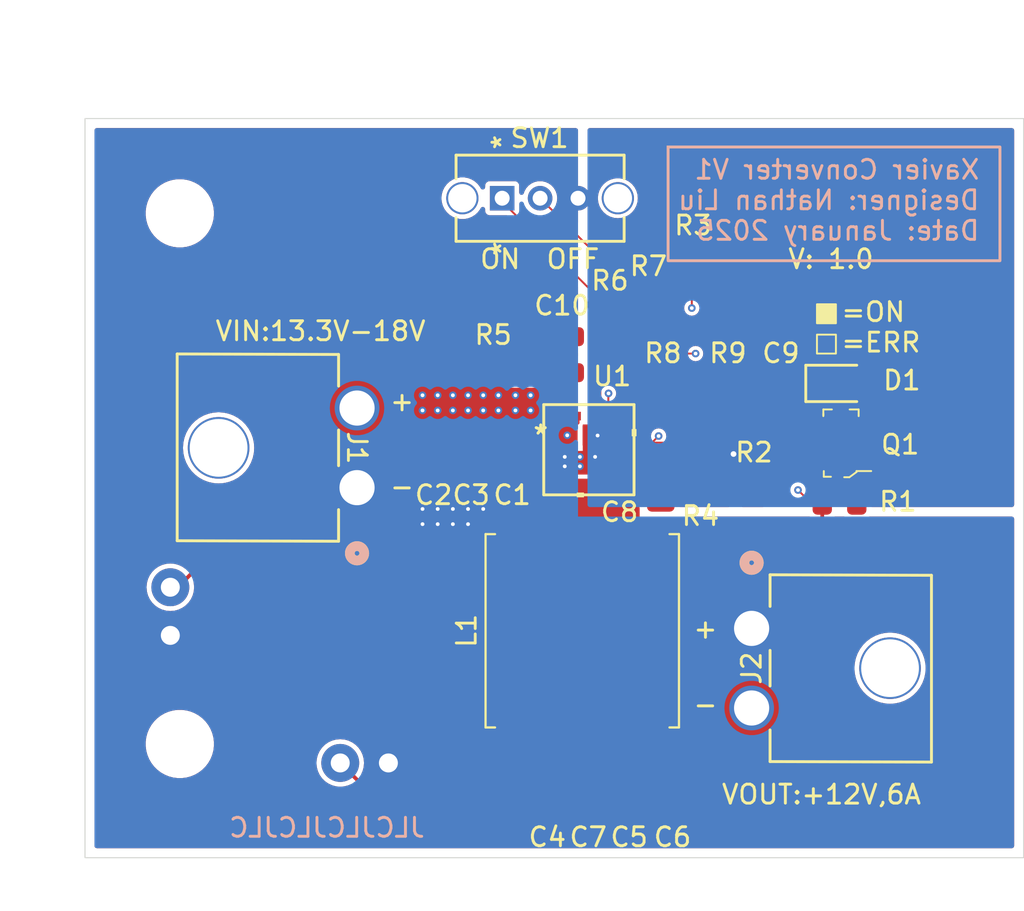
<source format=kicad_pcb>
(kicad_pcb (version 20240108) (generator "pcbnew") (generator_version "8.0")
  (layers (0 "F.Cu" signal) (1 "In1.Cu" signal) (2 "In2.Cu" signal) (31 "B.Cu" signal) (34 "B.Paste" user) (35 "F.Paste" user) (36 "B.SilkS" user "B.Silkscreen") (37 "F.SilkS" user "F.Silkscreen") (38 "B.Mask" user) (39 "F.Mask" user) (44 "Edge.Cuts" user))
  (net 0 "")
  (net 1 "PGND")
  (net 2 "+12V")
  (net 3 "/VIN")
  (net 4 "+5V")
  (net 5 "/VDRV")
  (net 6 "Net-(C10-Pad1)")
  (net 7 "/BOOT")
  (net 8 "Net-(Q1-D)")
  (net 9 "Net-(D1-Pad2)")
  (net 10 "Net-(Q1-G)")
  (net 11 "/PGOOD")
  (net 12 "Net-(U1-FB)")
  (net 13 "Net-(U1-MODE1)")
  (net 14 "Net-(U1-MODE2)")
  (net 15 "/PHASE")
  (net 16 "/EN")
  (net 19 "Net-(R3-Pad2)")
  (net 20 "/SW")
  (footprint "xavier6a_12v:R_0805" (layer "F.Cu") (at 150.2156 115.3668)
    (property "Reference" "R2" (hide yes))
    (property "Value" "100Ω")
    (fp_text user "${REFERENCE}" (at -1.0156 -1.1668 0) (layer "F.SilkS") (effects (font (thickness 0.153)) (justify left bottom)))
    (pad "1" smd roundrect (at -0.91 0) (size 1.02 1.4) (layers "F.Cu" "F.Paste" "F.Mask") (roundrect_rratio 0.243902) (net 11 "/PGOOD"))
    (pad "2" smd roundrect (at 0.91 0) (size 1.02 1.4) (layers "F.Cu" "F.Paste" "F.Mask") (roundrect_rratio 0.243902) (net 10 "Net-(Q1-G)"))
  )
  (footprint "xavier6a_12v:MountingHole_3.2mm_M3" (layer "F.Cu") (at 120 101)
    (property "Reference" "REF**" (hide yes))
    (property "Value" "MountingHole_3.2mm_M3")
    (pad "" np_thru_hole circle (at 0 0) (size 3.2 3.2) (drill 3.2) (layers "*.Cu" "*.Mask"))
  )
  (footprint "xavier6a_12v:C_0805" (layer "F.Cu") (at 143.764 131.257 -90)
    (property "Reference" "C5" (hide yes))
    (property "Value" "10uF")
    (fp_text user "${REFERENCE}" (at 3.241 1.143 0) (layer "F.SilkS") (effects (font (thickness 0.153)) (justify left bottom)))
    (pad "1" smd roundrect (at -0.95 0 270) (size 1 1.45) (layers "F.Cu" "F.Paste" "F.Mask") (net 2 "+12V"))
    (pad "2" smd roundrect (at 0.95 0 270) (size 1 1.45) (layers "F.Cu" "F.Paste" "F.Mask") (net 1 "PGND"))
  )
  (footprint "TestPoint:TestPoint_Bridge_Pitch2.54mm_Drill1.0mm" (layer "F.Cu") (at 119.5 120.73 -90)
    (property "Reference" "REF**" (hide yes))
    (property "Value" "TestPoint_Bridge_Pitch2.54mm_Drill1.0mm")
    (pad "1" thru_hole circle (at 0 0 270) (size 2 2) (drill 1) (layers "*.Cu" "*.Mask") (net 3 "/VIN"))
    (pad "1" thru_hole circle (at 2.54 0 270) (size 2 2) (drill 1) (layers "*.Cu" "*.Mask") (net 3 "/VIN"))
  )
  (footprint "xavier6a_12v:R_0805" (layer "F.Cu") (at 147 104 90)
    (property "Reference" "R3" (hide yes))
    (property "Value" "10kΩ")
    (fp_text user "${REFERENCE}" (at 1.778 -1.016 0) (layer "F.SilkS") (effects (font (thickness 0.153)) (justify left bottom)))
    (pad "1" smd roundrect (at -0.91 0 90) (size 1.02 1.4) (layers "F.Cu" "F.Paste" "F.Mask") (roundrect_rratio 0.243902) (net 16 "/EN"))
    (pad "2" smd roundrect (at 0.91 0 90) (size 1.02 1.4) (layers "F.Cu" "F.Paste" "F.Mask") (roundrect_rratio 0.243902) (net 19 "Net-(R3-Pad2)"))
  )
  (footprint "xavier6a_12v:C_0805" (layer "F.Cu") (at 145.923 131.257 -90)
    (property "Reference" "C6" (hide yes))
    (property "Value" "10uF")
    (fp_text user "${REFERENCE}" (at 3.241 1.016 0) (layer "F.SilkS") (effects (font (thickness 0.153)) (justify left bottom)))
    (pad "1" smd roundrect (at -0.95 0 270) (size 1 1.45) (layers "F.Cu" "F.Paste" "F.Mask") (net 2 "+12V"))
    (pad "2" smd roundrect (at 0.95 0 270) (size 1 1.45) (layers "F.Cu" "F.Paste" "F.Mask") (net 1 "PGND"))
  )
  (footprint "xavier6a_12v:MountingHole_3.2mm_M3" (layer "F.Cu") (at 120 129)
    (property "Reference" "REF**" (hide yes))
    (property "Value" "MountingHole_3.2mm_M3")
    (pad "" np_thru_hole circle (at 0 0) (size 3.2 3.2) (drill 3.2) (layers "*.Cu" "*.Mask"))
  )
  (footprint "xavier6a_12v:R_0805" (layer "F.Cu") (at 148.844 109.982)
    (property "Reference" "R9" (hide yes))
    (property "Value" "1.58kΩ")
    (fp_text user "${REFERENCE}" (at -1.016 -1.016 0) (layer "F.SilkS") (effects (font (thickness 0.153)) (justify left bottom)))
    (pad "1" smd roundrect (at -0.91 0) (size 1.02 1.4) (layers "F.Cu" "F.Paste" "F.Mask") (roundrect_rratio 0.243902) (net 12 "Net-(U1-FB)"))
    (pad "2" smd roundrect (at 0.91 0) (size 1.02 1.4) (layers "F.Cu" "F.Paste" "F.Mask") (roundrect_rratio 0.243902) (net 1 "PGND"))
  )
  (footprint "xavier6a_12v:CONN_SD-172648-0000_02_MOL" (layer "F.Cu") (at 129.345901 115.4746 -90)
    (property "Reference" "J1" (at -2.1 0 -90) (layer "F.SilkS"))
    (property "Value" "1726480102")
    (fp_circle (center 3.4626 0) (end 3.8436 0) (stroke (width 0.508)) (fill none) (layer "B.SilkS"))
    (fp_line (start -7.0536 9.484) (end 2.8016 9.484) (stroke (width 0.1524)) (layer "F.SilkS"))
    (fp_line (start 2.8016 9.484) (end 2.8276 0.973) (stroke (width 0.1524)) (layer "F.SilkS"))
    (fp_line (start -7.0276 0.973) (end -7.0536 9.484) (stroke (width 0.1524)) (layer "F.SilkS"))
    (fp_line (start -5.359732 0.973) (end -7.0276 0.973) (stroke (width 0.1524)) (layer "F.SilkS"))
    (fp_line (start -1.159735 0.973) (end -3.040264 0.973) (stroke (width 0.1524)) (layer "F.SilkS"))
    (fp_line (start 2.8276 0.973) (end 1.159733 0.973) (stroke (width 0.1524)) (layer "F.SilkS"))
    (fp_circle (center 3.4626 0) (end 3.8436 0) (stroke (width 0.508)) (fill none) (layer "F.SilkS"))
    (pad "1" thru_hole circle (at 0 0 270) (size 2.3622 2.3622) (drill 1.8542) (layers "*.Cu" "*.Mask") (net 1 "PGND"))
    (pad "2" thru_hole circle (at -4.199998 0 270) (size 2.3622 2.3622) (drill 1.8542) (layers "*.Cu" "*.Mask") (net 3 "/VIN"))
    (pad "3" thru_hole circle (at -2.1 7.300001 270) (size 3.248 3.248) (drill 3.048) (layers "*.Cu" "*.Mask"))
  )
  (footprint "xavier6a_12v:C_0805" (layer "F.Cu") (at 141.605 131.318 -90)
    (property "Reference" "C7" (hide yes))
    (property "Value" "10uF")
    (fp_text user "${REFERENCE}" (at 3.18 1.143 0) (layer "F.SilkS") (effects (font (thickness 0.153)) (justify left bottom)))
    (pad "1" smd roundrect (at -0.95 0 270) (size 1 1.45) (layers "F.Cu" "F.Paste" "F.Mask") (net 2 "+12V"))
    (pad "2" smd roundrect (at 0.95 0 270) (size 1 1.45) (layers "F.Cu" "F.Paste" "F.Mask") (net 1 "PGND"))
  )
  (footprint "xavier6a_12v:C_0805" (layer "F.Cu") (at 137.591 113.4 -90)
    (property "Reference" "C1" (hide yes))
    (property "Value" "100nF")
    (fp_text user "${REFERENCE}" (at 3.048 1.143 0) (layer "F.SilkS") (effects (font (thickness 0.153)) (justify left bottom)))
    (pad "1" smd roundrect (at -0.95 0 270) (size 1 1.45) (layers "F.Cu" "F.Paste" "F.Mask") (net 3 "/VIN"))
    (pad "2" smd roundrect (at 0.95 0 270) (size 1 1.45) (layers "F.Cu" "F.Paste" "F.Mask") (net 1 "PGND"))
  )
  (footprint "xavier6a_12v:C_0805" (layer "F.Cu") (at 139.446 131.318 -90)
    (property "Reference" "C4" (hide yes))
    (property "Value" "10uF")
    (fp_text user "${REFERENCE}" (at 3.18 1.143 0) (layer "F.SilkS") (effects (font (thickness 0.153)) (justify left bottom)))
    (pad "1" smd roundrect (at -0.95 0 270) (size 1 1.45) (layers "F.Cu" "F.Paste" "F.Mask") (net 2 "+12V"))
    (pad "2" smd roundrect (at 0.95 0 270) (size 1 1.45) (layers "F.Cu" "F.Paste" "F.Mask") (net 1 "PGND"))
  )
  (footprint "xavier6a_12v:C_0805" (layer "F.Cu") (at 145.3642 115.2906 90)
    (property "Reference" "C8" (hide yes))
    (property "Value" "4.7uF")
    (fp_text user "${REFERENCE}" (at -2.0574 -3.2512 0) (layer "F.SilkS") (effects (font (thickness 0.153)) (justify left bottom)))
    (pad "1" smd roundrect (at -0.95 0 90) (size 1 1.45) (layers "F.Cu" "F.Paste" "F.Mask") (net 5 "/VDRV"))
    (pad "2" smd roundrect (at 0.95 0 90) (size 1 1.45) (layers "F.Cu" "F.Paste" "F.Mask") (net 1 "PGND"))
  )
  (footprint "xavier6a_12v:C_0805" (layer "F.Cu") (at 135.432 113.4 -90)
    (property "Reference" "C3" (hide yes))
    (property "Value" "4.7uF")
    (fp_text user "${REFERENCE}" (at 3.048 1.143 0) (layer "F.SilkS") (effects (font (thickness 0.153)) (justify left bottom)))
    (pad "1" smd roundrect (at -0.95 0 270) (size 1 1.45) (layers "F.Cu" "F.Paste" "F.Mask") (net 3 "/VIN"))
    (pad "2" smd roundrect (at 0.95 0 270) (size 1 1.45) (layers "F.Cu" "F.Paste" "F.Mask") (net 1 "PGND"))
  )
  (footprint "xavier6a_12v:D_0805" (layer "F.Cu") (at 154.7 109.974)
    (property "Reference" "D1" (hide yes))
    (property "Value" "Yellow")
    (fp_line (start -1.69 -0.96) (end -1.69 0.96) (stroke (width 0.15)) (layer "F.SilkS"))
    (fp_line (start -1.69 0.96) (end 1 0.96) (stroke (width 0.15)) (layer "F.SilkS"))
    (fp_line (start 1 -0.96) (end -1.69 -0.96) (stroke (width 0.15)) (layer "F.SilkS"))
    (fp_text user "${REFERENCE}" (at 2.3 0.426 0) (layer "F.SilkS") (effects (font (thickness 0.153)) (justify left bottom)))
    (pad "1" smd roundrect (at -0.94 0) (size 0.97 1.4) (layers "F.Cu" "F.Paste" "F.Mask") (net 8 "Net-(Q1-D)"))
    (pad "2" smd roundrect (at 0.94 0) (size 0.97 1.4) (layers "F.Cu" "F.Paste" "F.Mask") (net 9 "Net-(D1-Pad2)"))
  )
  (footprint "xavier6a_12v:R_0805" (layer "F.Cu") (at 147.4978 114.6302 -90)
    (property "Reference" "R4" (hide yes))
    (property "Value" "10kΩ")
    (fp_text user "${REFERENCE}" (at 2.921 1.1176 0) (layer "F.SilkS") (effects (font (thickness 0.153)) (justify left bottom)))
    (pad "1" smd roundrect (at -0.91 0 270) (size 1.02 1.4) (layers "F.Cu" "F.Paste" "F.Mask") (roundrect_rratio 0.243902) (net 4 "+5V"))
    (pad "2" smd roundrect (at 0.91 0 270) (size 1.02 1.4) (layers "F.Cu" "F.Paste" "F.Mask") (roundrect_rratio 0.243902) (net 11 "/PGOOD"))
  )
  (footprint "xavier6a_12v:SPDT_OS102011_CNK" (layer "F.Cu") (at 137.000001 100.203 90)
    (property "Reference" "SW1" (at 3.175 1.968001 0) (layer "F.SilkS"))
    (property "Value" "OS102011MS2QN1")
    (fp_line (start 2.2733 -2.4323) (end 1.029751 -2.4323) (stroke (width 0.1524)) (layer "F.SilkS"))
    (fp_line (start -1.029751 -2.4323) (end -2.2733 -2.4323) (stroke (width 0.1524)) (layer "F.SilkS"))
    (fp_line (start -2.2733 -2.4323) (end -2.2733 6.4323) (stroke (width 0.1524)) (layer "F.SilkS"))
    (fp_line (start 2.2733 6.4323) (end 2.2733 -2.4323) (stroke (width 0.1524)) (layer "F.SilkS"))
    (fp_line (start 1.029751 6.4323) (end 2.2733 6.4323) (stroke (width 0.1524)) (layer "F.SilkS"))
    (fp_line (start -2.2733 6.4323) (end -1.029751 6.4323) (stroke (width 0.1524)) (layer "F.SilkS"))
    (fp_text user "*" (at 2.953 -0.000001 90) (layer "F.SilkS"))
    (fp_text user "*" (at -2.6543 0 90) (layer "F.SilkS"))
    (pad "1" thru_hole rect (at 0 0 90) (size 1.2954 1.2954) (drill 0.7874) (layers "*.Cu" "*.Mask") (net 4 "+5V"))
    (pad "2" thru_hole circle (at 0 2 90) (size 1.2954 1.2954) (drill 0.7874) (layers "*.Cu" "*.Mask") (net 19 "Net-(R3-Pad2)"))
    (pad "3" thru_hole circle (at 0 4.000001 90) (size 1.2954 1.2954) (drill 0.7874) (layers "*.Cu" "*.Mask") (net 1 "PGND"))
    (pad "4" thru_hole circle (at 0 -2.100001 180) (size 1.6986 1.6986) (drill 1.4986) (layers "*.Cu" "*.Mask"))
    (pad "5" thru_hole circle (at 0 6.1 180) (size 1.6986 1.6986) (drill 1.4986) (layers "*.Cu" "*.Mask"))
  )
  (footprint "xavier6a_12v:R_0805" (layer "F.Cu") (at 145.415 109.982)
    (property "Reference" "R8" (hide yes))
    (property "Value" "30kΩ")
    (fp_text user "${REFERENCE}" (at -1.016 -1.016 0) (layer "F.SilkS") (effects (font (thickness 0.153)) (justify left bottom)))
    (pad "1" smd roundrect (at -0.91 0) (size 1.02 1.4) (layers "F.Cu" "F.Paste" "F.Mask") (roundrect_rratio 0.243902) (net 2 "+12V"))
    (pad "2" smd roundrect (at 0.91 0) (size 1.02 1.4) (layers "F.Cu" "F.Paste" "F.Mask") (roundrect_rratio 0.243902) (net 12 "Net-(U1-FB)"))
  )
  (footprint "xavier6a_12v:R_0805" (layer "F.Cu") (at 144.653 106.151 90)
    (property "Reference" "R7" (hide yes))
    (property "Value" "100kΩ")
    (fp_text user "${REFERENCE}" (at 1.778 -1.016 0) (layer "F.SilkS") (effects (font (thickness 0.153)) (justify left bottom)))
    (pad "1" smd roundrect (at -0.91 0 90) (size 1.02 1.4) (layers "F.Cu" "F.Paste" "F.Mask") (roundrect_rratio 0.243902) (net 14 "Net-(U1-MODE2)"))
    (pad "2" smd roundrect (at 0.91 0 90) (size 1.02 1.4) (layers "F.Cu" "F.Paste" "F.Mask") (roundrect_rratio 0.243902) (net 4 "+5V"))
  )
  (footprint "xavier6a_12v:R_0805" (layer "F.Cu") (at 142.621 106.913 90)
    (property "Reference" "R6" (hide yes))
    (property "Value" "200kΩ")
    (fp_text user "${REFERENCE}" (at 1.778 -1.016 0) (layer "F.SilkS") (effects (font (thickness 0.153)) (justify left bottom)))
    (pad "1" smd roundrect (at -0.91 0 90) (size 1.02 1.4) (layers "F.Cu" "F.Paste" "F.Mask") (roundrect_rratio 0.243902) (net 13 "Net-(U1-MODE1)"))
    (pad "2" smd roundrect (at 0.91 0 90) (size 1.02 1.4) (layers "F.Cu" "F.Paste" "F.Mask") (roundrect_rratio 0.243902) (net 4 "+5V"))
  )
  (footprint "xavier6a_12v:C_0805" (layer "F.Cu") (at 140.589 108.458 -90)
    (property "Reference" "C10" (hide yes))
    (property "Value" "100nF")
    (fp_text user "${REFERENCE}" (at -2.008 1.989 0) (layer "F.SilkS") (effects (font (thickness 0.153)) (justify left bottom)))
    (pad "1" smd roundrect (at -0.95 0 270) (size 1 1.45) (layers "F.Cu" "F.Paste" "F.Mask") (net 6 "Net-(C10-Pad1)"))
    (pad "2" smd roundrect (at 0.95 0 270) (size 1 1.45) (layers "F.Cu" "F.Paste" "F.Mask") (net 7 "/BOOT"))
  )
  (footprint "xavier6a_12v:SOT-23-3" (layer "F.Cu") (at 154.861 113.149 180)
    (property "Reference" "Q1" (at -3.129 -0.051 180) (layer "F.SilkS"))
    (property "Value" "2N7002")
    (fp_line (start 0.925 1.8) (end 0.475 1.8) (stroke (width 0.1)) (layer "F.SilkS"))
    (fp_line (start 0.925 1.575) (end 0.925 1.45) (stroke (width 0.1)) (layer "F.SilkS"))
    (fp_line (start 0.925 1.5) (end 0.925 1.8) (stroke (width 0.1)) (layer "F.SilkS"))
    (fp_line (start 0.9 -1.75) (end 0.9 -1.45) (stroke (width 0.1)) (layer "F.SilkS"))
    (fp_line (start 0.525 -1.75) (end 0.9 -1.75) (stroke (width 0.1)) (layer "F.SilkS"))
    (fp_line (start -0.175 -1.775) (end -0.45 -1.775) (stroke (width 0.1)) (layer "F.SilkS"))
    (fp_line (start -0.45 -1.775) (end -0.825 -1.5) (stroke (width 0.1)) (layer "F.SilkS"))
    (fp_line (start -0.4625 1.8) (end -0.9375 1.8) (stroke (width 0.1)) (layer "F.SilkS"))
    (fp_line (start -0.825 -1.45) (end -1.6 -1.45) (stroke (width 0.1)) (layer "F.SilkS"))
    (fp_line (start -0.825 -1.5) (end -0.825 -1.45) (stroke (width 0.1)) (layer "F.SilkS"))
    (fp_line (start -0.9375 1.8) (end -0.9375 1.45) (stroke (width 0.1)) (layer "F.SilkS"))
    (pad "1" smd rect (at -1.05 -0.95 180) (size 1.3 0.6) (layers "F.Cu" "F.Paste" "F.Mask") (net 10 "Net-(Q1-G)"))
    (pad "2" smd rect (at -1.05 0.95 180) (size 1.3 0.6) (layers "F.Cu" "F.Paste" "F.Mask") (net 1 "PGND"))
    (pad "3" smd rect (at 1.05 0 180) (size 1.3 0.6) (layers "F.Cu" "F.Paste" "F.Mask") (net 8 "Net-(Q1-D)"))
  )
  (footprint "xavier6a_12v:C_0805" (layer "F.Cu") (at 133.4 113.4 -90)
    (property "Reference" "C2" (hide yes))
    (property "Value" "4.7uF")
    (fp_text user "${REFERENCE}" (at 3.048 1.0922 0) (layer "F.SilkS") (effects (font (thickness 0.153)) (justify left bottom)))
    (pad "1" smd roundrect (at -0.95 0 270) (size 1 1.45) (layers "F.Cu" "F.Paste" "F.Mask") (net 3 "/VIN"))
    (pad "2" smd roundrect (at 0.95 0 270) (size 1 1.45) (layers "F.Cu" "F.Paste" "F.Mask") (net 1 "PGND"))
  )
  (footprint "xavier6a_12v:QFN_ED-T1-GE3_VIS" (layer "F.Cu") (at 141.572993 113.474001)
    (property "Reference" "U1" (at 1.227007 -3.874001 0) (layer "F.SilkS"))
    (property "Value" "SIC438BED-T1-GE3")
    (fp_line (start -2.381 -2.380996) (end -2.381 2.380996) (stroke (width 0.1524)) (layer "F.SilkS"))
    (fp_line (start -2.381 2.380996) (end 2.381 2.380996) (stroke (width 0.1524)) (layer "F.SilkS"))
    (fp_line (start 2.381 -2.380996) (end -2.381 -2.380996) (stroke (width 0.1524)) (layer "F.SilkS"))
    (fp_line (start 2.381 2.380996) (end 2.381 -2.380996) (stroke (width 0.1524)) (layer "F.SilkS"))
    (fp_poly (pts (xy -0.640588 2.2576) (xy -0.640588 2.5116) (xy -0.259588 2.5116) (xy -0.259588 2.2576)) (fill solid) (layer "F.SilkS"))
    (fp_poly (pts (xy 2.5116 -1.090501) (xy 2.5116 -0.709501) (xy 2.2576 -0.709501) (xy 2.2576 -1.090501)) (fill solid) (layer "F.SilkS"))
    (fp_text user "*" (at -2.54 -0.762 0) (layer "F.SilkS"))
    (fp_text user "*" (at -2.54 -0.762 0) (layer "F.SilkS"))
    (pad "1" smd rect (at -1.872993 -0.825001 90) (size 0.3048 0.254) (layers "F.Cu" "F.Paste" "F.Mask") (net 3 "/VIN"))
    (pad "2" smd rect (at -1.872993 -0.374999 90) (size 0.3048 0.254) (layers "F.Cu" "F.Paste" "F.Mask") (net 3 "/VIN"))
    (pad "3" smd rect (at -1.872993 0.524999 90) (size 0.3048 0.254) (layers "F.Cu" "F.Paste" "F.Mask") (net 1 "PGND"))
    (pad "4" smd rect (at -1.872993 0.975001 90) (size 0.3048 0.254) (layers "F.Cu" "F.Paste" "F.Mask") (net 1 "PGND"))
    (pad "5" smd rect (at -1.475264 1.923793) (size 0.3048 0.1524) (layers "F.Cu" "F.Paste" "F.Mask") (net 20 "/SW"))
    (pad "6" smd rect (at -1.025176 1.923793) (size 0.3048 0.1524) (layers "F.Cu" "F.Paste" "F.Mask") (net 20 "/SW"))
    (pad "7" smd custom (at -0.575088 1.923793) (size 0.3048 0.1524) (layers "F.Cu" "F.Paste" "F.Mask") (net 20 "/SW") (options (clearance outline) (anchor rect)) (primitives (gr_poly (pts (xy -1.052576 0.0762) (xy -1.052576 -0.377393) (xy 1.302664 -0.377393) (xy 1.302664 0.0762) (xy 0.997864 0.0762) (xy 0.997864 -0.0762) (xy 0.852576 -0.0762) (xy 0.852576 0.0762) (xy 0.547776 0.0762) (xy 0.547776 -0.0762) (xy 0.1524 -0.0762) (xy 0.1524 0.0762) (xy -0.1524 0.0762) (xy -0.1524 -0.0762) (xy -0.297688 -0.0762) (xy -0.297688 0.0762) (xy -0.602488 0.0762) (xy -0.602488 -0.0762) (xy -0.747776 -0.0762) (xy -0.747776 0.0762)) (width 0) (fill yes))))
    (pad "8" smd rect (at 0.125088 1.923793) (size 0.3048 0.1524) (layers "F.Cu" "F.Paste" "F.Mask") (net 20 "/SW"))
    (pad "9" smd rect (at 0.575176 1.923793) (size 0.3048 0.1524) (layers "F.Cu" "F.Paste" "F.Mask") (net 20 "/SW"))
    (pad "10" smd rect (at 1.025264 1.775) (size 0.3048 0.4572) (layers "F.Cu" "F.Paste" "F.Mask"))
    (pad "11" smd rect (at 1.775 1.425 90) (size 0.3048 0.4572) (layers "F.Cu" "F.Paste" "F.Mask"))
    (pad "12" smd rect (at 1.775 0.975001 90) (size 0.3048 0.4572) (layers "F.Cu" "F.Paste" "F.Mask") (net 5 "/VDRV"))
    (pad "13" smd rect (at 1.775 0.524999 90) (size 0.3048 0.4572) (layers "F.Cu" "F.Paste" "F.Mask") (net 1 "PGND"))
    (pad "14" smd rect (at 1.775 0.075 90) (size 0.3048 0.4572) (layers "F.Cu" "F.Paste" "F.Mask") (net 11 "/PGOOD"))
    (pad "15" smd rect (at 1.775 -0.374999 90) (size 0.3048 0.4572) (layers "F.Cu" "F.Paste" "F.Mask") (net 4 "+5V"))
    (pad "16" smd rect (at 1.775 -0.825001 90) (size 0.3048 0.4572) (layers "F.Cu" "F.Paste" "F.Mask") (net 1 "PGND"))
    (pad "17" smd rect (at 1.775 -1.275 90) (size 0.3048 0.4572) (layers "F.Cu" "F.Paste" "F.Mask") (net 12 "Net-(U1-FB)"))
    (pad "18" smd rect (at 1.475264 -1.775) (size 0.3048 0.4572) (layers "F.Cu" "F.Paste" "F.Mask") (net 2 "+12V"))
    (pad "19" smd rect (at 1.025176 -1.775) (size 0.3048 0.4572) (layers "F.Cu" "F.Paste" "F.Mask") (net 16 "/EN"))
    (pad "20" smd rect (at 0.575088 -1.775) (size 0.3048 0.4572) (layers "F.Cu" "F.Paste" "F.Mask") (net 14 "Net-(U1-MODE2)"))
    (pad "21" smd rect (at 0.125 -1.775) (size 0.3048 0.4572) (layers "F.Cu" "F.Paste" "F.Mask") (net 13 "Net-(U1-MODE1)"))
    (pad "22" smd rect (at -0.575088 -1.775) (size 0.3048 0.4572) (layers "F.Cu" "F.Paste" "F.Mask") (net 3 "/VIN"))
    (pad "23" smd rect (at -1.025176 -1.775) (size 0.3048 0.4572) (layers "F.Cu" "F.Paste" "F.Mask") (net 7 "/BOOT"))
    (pad "24" smd rect (at -1.475264 -1.775) (size 0.3048 0.4572) (layers "F.Cu" "F.Paste" "F.Mask") (net 15 "/PHASE"))
    (pad "25" smd rect (at 0.459 -0.75) (size 1.5748 1.05) (layers "F.Cu" "F.Paste" "F.Mask") (net 1 "PGND"))
    (pad "26" smd custom (at -1.143 -0.762) (size 0.127 0.127) (layers "F.Cu" "F.Paste" "F.Mask") (net 3 "/VIN") (options (clearance outline) (anchor circle)) (primitives (gr_poly (pts (xy -0.856993 -0.215401) (xy -0.602993 -0.215401) (xy -0.602999 -0.513005) (xy 0.547011 -0.513005) (xy 0.547011 0.537005) (xy -0.856993 0.539401) (xy -0.856993 0.234601) (xy -0.602993 0.234601) (xy -0.602993 0.089399) (xy -0.856993 0.089399)) (width 0) (fill yes))))
    (pad "27" smd custom (at -0.635 0.635) (size 0.127 0.127) (layers "F.Cu" "F.Paste" "F.Mask") (net 1 "PGND") (options (clearance outline) (anchor circle)) (primitives (gr_poly (pts (xy -1.110996 0.64049) (xy -1.110993 0.492401) (xy -1.364993 0.492401) (xy -1.364993 0.187601) (xy -1.110993 0.187601) (xy -1.110993 0.042399) (xy -1.364993 0.042399) (xy -1.364993 -0.262401) (xy -1.110993 -0.262401) (xy -1.110996 -0.559508) (xy 1.714005 -0.559499) (xy 1.714005 -0.104508) (xy 1.063993 -0.104508) (xy 1.064006 0.64049)) (width 0) (fill yes))))
    (pad "28" smd rect (at 0.956386 0.99) (size 0.580009 0.380009) (layers "F.Cu" "F.Paste" "F.Mask"))
  )
  (footprint "xavier6a_12v:CONN_SD-172648-0000_02_MOL" (layer "F.Cu") (at 150.1541 122.9 90)
    (property "Reference" "J2" (at -2.1 0 90) (layer "F.SilkS"))
    (property "Value" "1726480102")
    (fp_circle (center 3.4626 0) (end 3.8436 0) (stroke (width 0.508)) (fill none) (layer "B.SilkS"))
    (fp_line (start 2.8276 0.973) (end 1.159733 0.973) (stroke (width 0.1524)) (layer "F.SilkS"))
    (fp_line (start -1.159735 0.973) (end -3.040264 0.973) (stroke (width 0.1524)) (layer "F.SilkS"))
    (fp_line (start -5.359732 0.973) (end -7.0276 0.973) (stroke (width 0.1524)) (layer "F.SilkS"))
    (fp_line (start -7.0276 0.973) (end -7.0536 9.484) (stroke (width 0.1524)) (layer "F.SilkS"))
    (fp_line (start 2.8016 9.484) (end 2.8276 0.973) (stroke (width 0.1524)) (layer "F.SilkS"))
    (fp_line (start -7.0536 9.484) (end 2.8016 9.484) (stroke (width 0.1524)) (layer "F.SilkS"))
    (fp_circle (center 3.4626 0) (end 3.8436 0) (stroke (width 0.508)) (fill none) (layer "F.SilkS"))
    (pad "1" thru_hole circle (at 0 0 90) (size 2.3622 2.3622) (drill 1.8542) (layers "*.Cu" "*.Mask") (net 1 "PGND"))
    (pad "2" thru_hole circle (at -4.199998 0 90) (size 2.3622 2.3622) (drill 1.8542) (layers "*.Cu" "*.Mask") (net 2 "+12V"))
    (pad "3" thru_hole circle (at -2.1 7.300001 90) (size 3.248 3.248) (drill 3.048) (layers "*.Cu" "*.Mask"))
  )
  (footprint "xavier6a_12v:C_0805" (layer "F.Cu") (at 151.638 110.744 90)
    (property "Reference" "C9" (hide yes))
    (property "Value" "1uF")
    (fp_text user "${REFERENCE}" (at 1.778 -1.016 0) (layer "F.SilkS") (effects (font (thickness 0.153)) (justify left bottom)))
    (pad "1" smd roundrect (at -0.95 0 90) (size 1 1.45) (layers "F.Cu" "F.Paste" "F.Mask") (net 4 "+5V"))
    (pad "2" smd roundrect (at 0.95 0 90) (size 1 1.45) (layers "F.Cu" "F.Paste" "F.Mask") (net 1 "PGND"))
  )
  (footprint "xavier6a_12v:R_0805" (layer "F.Cu") (at 154.79 116.2)
    (property "Reference" "R1" (hide yes))
    (property "Value" "1kΩ")
    (fp_text user "${REFERENCE}" (at 2 0.6 0) (layer "F.SilkS") (effects (font (thickness 0.153)) (justify left bottom)))
    (pad "1" smd roundrect (at -0.91 0) (size 1.02 1.4) (layers "F.Cu" "F.Paste" "F.Mask") (roundrect_rratio 0.243902) (net 2 "+12V"))
    (pad "2" smd roundrect (at 0.91 0) (size 1.02 1.4) (layers "F.Cu" "F.Paste" "F.Mask") (roundrect_rratio 0.243902) (net 9 "Net-(D1-Pad2)"))
  )
  (footprint "xavier6a_12v:L_SOREDE_SNR.1050_10x10x5mm" (layer "F.Cu") (at 141.224 123.027 90)
    (property "Reference" "L1" (at 0 -6.1 90) (layer "F.SilkS"))
    (property "Value" "4.7uH")
    (fp_line (start 5.1 -5.1) (end 5.1 -4.6) (stroke (width 0.12)) (layer "F.SilkS"))
    (fp_line (start -5.1 -5.1) (end 5.1 -5.1) (stroke (width 0.12)) (layer "F.SilkS"))
    (fp_line (start -5.1 -4.6) (end -5.1 -5.1) (stroke (width 0.12)) (layer "F.SilkS"))
    (fp_line (start 5.1 4.6) (end 5.1 5.1) (stroke (width 0.12)) (layer "F.SilkS"))
    (fp_line (start 5.1 5.1) (end -5.1 5.1) (stroke (width 0.12)) (layer "F.SilkS"))
    (fp_line (start -5.1 5.1) (end -5.1 4.6) (stroke (width 0.12)) (layer "F.SilkS"))
    (pad "1" smd roundrect (at -4.1 0 90) (size 2 5.5) (layers "F.Cu" "F.Paste" "F.Mask") (net 2 "+12V"))
    (pad "2" smd roundrect (at 4.1 0 90) (size 2 5.5) (layers "F.Cu" "F.Paste" "F.Mask") (net 20 "/SW"))
  )
  (footprint "xavier6a_12v:R_0805" (layer "F.Cu") (at 138.557 108.458 90)
    (property "Reference" "R5" (hide yes))
    (property "Value" "2.2Ω")
    (fp_text user "${REFERENCE}" (at 0.458 -3.107 0) (layer "F.SilkS") (effects (font (thickness 0.153)) (justify left bottom)))
    (pad "1" smd roundrect (at -0.91 0 90) (size 1.02 1.4) (layers "F.Cu" "F.Paste" "F.Mask") (roundrect_rratio 0.243902) (net 15 "/PHASE"))
    (pad "2" smd roundrect (at 0.91 0 90) (size 1.02 1.4) (layers "F.Cu" "F.Paste" "F.Mask") (roundrect_rratio 0.243902) (net 6 "Net-(C10-Pad1)"))
  )
  (footprint "TestPoint:TestPoint_Bridge_Pitch2.54mm_Drill1.0mm" (layer "F.Cu") (at 131 130 180)
    (property "Reference" "REF**" (hide yes))
    (property "Value" "TestPoint_Bridge_Pitch2.54mm_Drill1.0mm")
    (pad "1" thru_hole circle (at 0 0 180) (size 2 2) (drill 1) (layers "*.Cu" "*.Mask") (net 1 "PGND"))
    (pad "1" thru_hole circle (at 2.54 0 180) (size 2 2) (drill 1) (layers "*.Cu" "*.Mask") (net 1 "PGND"))
  )
  (gr_rect (start 145.75 97.5) (end 163.25 103.5) (stroke (width 0.153)) (fill none) (layer "B.SilkS"))
  (gr_rect (start 153.6 107.4) (end 154.6 108.4) (stroke (width 0.1)) (fill none) (layer "F.SilkS"))
  (gr_rect (start 153.6 105.8) (end 154.6 106.8) (stroke (width 0.1)) (fill solid) (layer "F.SilkS"))
  (gr_rect (start 115 96) (end 164.5 135) (stroke (width 0.05)) (fill none) (layer "Edge.Cuts"))
  (gr_text "Xavier Converter V1\nDesigner: Nathan Liu\nDate: January 2025" (at 162.25 102.5 0) (layer "B.SilkS") (effects (font (size 1 1) (thickness 0.153)) (justify left bottom mirror)))
  (gr_text "JLCJLCJLCJLC" (at 133 134 0) (layer "B.SilkS") (effects (font (size 1 1) (thickness 0.153)) (justify left bottom mirror)))
  (gr_text "=ON\n=ERR" (at 154.8 108.4 0) (layer "F.SilkS") (effects (font (size 1 1) (thickness 0.153)) (justify left bottom)))
  (gr_text "+" (at 131 111.5 0) (layer "F.SilkS") (effects (font (size 1 1) (thickness 0.153)) (justify left bottom)))
  (gr_text "VIN:13.3V-18V" (at 121.8 107.8 0) (layer "F.SilkS") (effects (font (size 1 1) (thickness 0.153)) (justify left bottom)))
  (gr_text "OFF" (at 139.25 104 0) (layer "F.SilkS") (effects (font (size 1 1) (thickness 0.153)) (justify left bottom)))
  (gr_text "V: 1.0" (at 152 104 0) (layer "F.SilkS") (effects (font (size 1 1) (thickness 0.153)) (justify left bottom)))
  (gr_text "+" (at 147 123.5 0) (layer "F.SilkS") (effects (font (size 1 1) (thickness 0.153)) (justify left bottom)))
  (gr_text "VOUT:+12V,6A" (at 148.5 132.25 0) (layer "F.SilkS") (effects (font (size 1 1) (thickness 0.153)) (justify left bottom)))
  (gr_text "-" (at 147 127.5 0) (layer "F.SilkS") (effects (font (size 1 1) (thickness 0.153)) (justify left bottom)))
  (gr_text "ON" (at 135.75 104 0) (layer "F.SilkS") (effects (font (size 1 1) (thickness 0.153)) (justify left bottom)))
  (gr_text "-" (at 131 116 0) (layer "F.SilkS") (effects (font (size 1 1) (thickness 0.153)) (justify left bottom)))
  (segment (start 141.052997 113.993997) (end 140.937993 114.109001) (width 0.16) (layer "F.Cu") (net 1))
  (segment (start 143.347993 113.999) (end 143.251 113.999) (width 0.16) (layer "F.Cu") (net 1))
  (segment (start 151.45 109.982) (end 151.638 109.794) (width 0.16) (layer "F.Cu") (net 1))
  (segment (start 145.0226 113.999) (end 145.3642 114.3406) (width 0.16) (layer "F.Cu") (net 1))
  (segment (start 142.106994 112.649) (end 142.031993 112.724001) (width 0.16) (layer "F.Cu") (net 1))
  (segment (start 149.754 109.982) (end 151.45 109.982) (width 0.16) (layer "F.Cu") (net 1))
  (segment (start 152.408 109.024) (end 154.21322 109.024) (width 0.1) (layer "F.Cu") (net 1))
  (segment (start 149.358714 109.982) (end 149.754 109.982) (width 0.1) (layer "F.Cu") (net 1))
  (segment (start 143.347993 112.649) (end 142.106994 112.649) (width 0.16) (layer "F.Cu") (net 1))
  (segment (start 143.251 113.999) (end 143.245997 113.993997) (width 0.16) (layer "F.Cu") (net 1))
  (segment (start 151.638 109.794) (end 152.408 109.024) (width 0.1) (layer "F.Cu") (net 1))
  (segment (start 143.347993 112.649) (end 144.051 112.649) (width 0.1) (layer "F.Cu") (net 1))
  (segment (start 143.245997 113.993997) (end 141.052997 113.993997) (width 0.16) (layer "F.Cu") (net 1))
  (segment (start 145.7 111) (end 148.340714 111) (width 0.1) (layer "F.Cu") (net 1))
  (segment (start 154.905 109.71578) (end 154.905 111.193) (width 0.1) (layer "F.Cu") (net 1))
  (segment (start 143.347993 113.999) (end 145.0226 113.999) (width 0.16) (layer "F.Cu") (net 1))
  (segment (start 144.051 112.649) (end 145.7 111) (width 0.1) (layer "F.Cu") (net 1))
  (segment (start 154.905 111.193) (end 155.911 112.199) (width 0.1) (layer "F.Cu") (net 1))
  (segment (start 148.340714 111) (end 149.358714 109.982) (width 0.1) (layer "F.Cu") (net 1))
  (segment (start 154.21322 109.024) (end 154.905 109.71578) (width 0.1) (layer "F.Cu") (net 1))
  (via (at 135.2 116.6) (size 0.4) (drill 0.2) (layers "F.Cu" "B.Cu") (net 1))
  (via (at 141.1 114.35) (size 0.4) (drill 0.2) (layers "F.Cu" "B.Cu") (net 1))
  (via (at 133.6 117.4) (size 0.4) (drill 0.2) (layers "F.Cu" "B.Cu") (net 1))
  (via (at 142.031993 112.724001) (size 0.4) (drill 0.2) (layers "F.Cu" "B.Cu") (net 1))
  (via (at 149.2 113.7) (size 0.6) (drill 0.3) (layers "F.Cu" "B.Cu") (net 1))
  (via (at 140.3 113.85) (size 0.4) (drill 0.2) (layers "F.Cu" "B.Cu") (net 1))
  (via (at 140.3 114.35) (size 0.4) (drill 0.2) (layers "F.Cu" "B.Cu") (net 1))
  (via (at 132.8 117.4) (size 0.4) (drill 0.2) (layers "F.Cu" "B.Cu") (net 1))
  (via (at 141.1 113.85) (size 0.4) (drill 0.2) (layers "F.Cu" "B.Cu") (net 1))
  (via (at 133.6 116.6) (size 0.4) (drill 0.2) (layers "F.Cu" "B.Cu") (net 1))
  (via (at 135.2 117.4) (size 0.4) (drill 0.2) (layers "F.Cu" "B.Cu") (net 1))
  (via (at 132.8 116.6) (size 0.4) (drill 0.2) (layers "F.Cu" "B.Cu") (net 1))
  (via (at 141.9 113.85) (size 0.4) (drill 0.2) (layers "F.Cu" "B.Cu") (net 1))
  (via (at 134.4 116.6) (size 0.4) (drill 0.2) (layers "F.Cu" "B.Cu") (net 1))
  (via (at 134.4 117.4) (size 0.4) (drill 0.2) (layers "F.Cu" "B.Cu") (net 1))
  (via (at 136 116.6) (size 0.4) (drill 0.2) (layers "F.Cu" "B.Cu") (net 1))
  (segment (start 138.514 131.3) (end 129.76 131.3) (width 0.2) (layer "F.Cu") (net 2))
  (segment (start 144.505 109.982) (end 146.087 108.4) (width 0.1) (layer "F.Cu") (net 2))
  (segment (start 146.087 108.4) (end 147.2 108.4) (width 0.1) (layer "F.Cu") (net 2))
  (segment (start 153.88 123.374098) (end 153.88 116.2) (width 0.2) (layer "F.Cu") (net 2))
  (segment (start 153.88 116.2) (end 153.2 116.2) (width 0.1) (layer "F.Cu") (net 2))
  (segment (start 144.505 110.242258) (end 143.048257 111.699001) (width 0.16) (layer "F.Cu") (net 2))
  (segment (start 144.505 109.982) (end 144.505 110.242258) (width 0.16) (layer "F.Cu") (net 2))
  (segment (start 139.446 130.368) (end 138.514 131.3) (width 0.2) (layer "F.Cu") (net 2))
  (segment (start 129.76 131.3) (end 128.46 130) (width 0.2) (layer "F.Cu") (net 2))
  (segment (start 150.1541 127.099998) (end 153.88 123.374098) (width 0.2) (layer "F.Cu") (net 2))
  (segment (start 153.2 116.2) (end 152.6 115.6) (width 0.1) (layer "F.Cu") (net 2))
  (via (at 152.6 115.6) (size 0.4) (drill 0.2) (layers "F.Cu" "B.Cu") (net 2))
  (via (at 147.2 108.4) (size 0.4) (drill 0.2) (layers "F.Cu" "B.Cu") (net 2))
  (segment (start 140.997905 111.699001) (end 140.997905 112.046184) (width 0.16) (layer "F.Cu") (net 3))
  (segment (start 129.345901 111.274602) (end 119.890503 120.73) (width 0.2) (layer "F.Cu") (net 3))
  (segment (start 119.890503 120.73) (end 119.5 120.73) (width 0.2) (layer "F.Cu") (net 3))
  (segment (start 140.9 112.241994) (end 140.429993 112.712001) (width 0.16) (layer "F.Cu") (net 3))
  (segment (start 140.997905 112.046184) (end 140.9 112.144089) (width 0.16) (layer "F.Cu") (net 3))
  (segment (start 140.9 112.144089) (end 140.9 112.241994) (width 0.16) (layer "F.Cu") (net 3))
  (via (at 133.6 111.4) (size 0.4) (drill 0.2) (layers "F.Cu" "B.Cu") (net 3))
  (via (at 140.429993 112.712001) (size 0.4) (drill 0.2) (layers "F.Cu" "B.Cu") (net 3))
  (via (at 138.5 111.4) (size 0.4) (drill 0.2) (layers "F.Cu" "B.Cu") (net 3))
  (via (at 136 110.6) (size 0.4) (drill 0.2) (layers "F.Cu" "B.Cu") (net 3))
  (via (at 136.8 110.6) (size 0.4) (drill 0.2) (layers "F.Cu" "B.Cu") (net 3))
  (via (at 137.7 111.4) (size 0.4) (drill 0.2) (layers "F.Cu" "B.Cu") (net 3))
  (via (at 135.2 111.4) (size 0.4) (drill 0.2) (layers "F.Cu" "B.Cu") (net 3))
  (via (at 134.4 110.6) (size 0.4) (drill 0.2) (layers "F.Cu" "B.Cu") (net 3))
  (via (at 133.6 110.6) (size 0.4) (drill 0.2) (layers "F.Cu" "B.Cu") (net 3))
  (via (at 132.8 110.6) (size 0.4) (drill 0.2) (layers "F.Cu" "B.Cu") (net 3))
  (via (at 138.5 110.6) (size 0.4) (drill 0.2) (layers "F.Cu" "B.Cu") (net 3))
  (via (at 132.8 111.4) (size 0.4) (drill 0.2) (layers "F.Cu" "B.Cu") (net 3))
  (via (at 135.2 110.6) (size 0.4) (drill 0.2) (layers "F.Cu" "B.Cu") (net 3))
  (via (at 134.4 111.4) (size 0.4) (drill 0.2) (layers "F.Cu" "B.Cu") (net 3))
  (via (at 136 111.4) (size 0.4) (drill 0.2) (layers "F.Cu" "B.Cu") (net 3))
  (via (at 137.7 110.6) (size 0.4) (drill 0.2) (layers "F.Cu" "B.Cu") (net 3))
  (via (at 136.8 111.4) (size 0.4) (drill 0.2) (layers "F.Cu" "B.Cu") (net 3))
  (segment (start 149.524 111.694) (end 147.4978 113.7202) (width 0.16) (layer "F.Cu") (net 4))
  (segment (start 137.000001 100.203) (end 137.000001 100.382001) (width 0.1) (layer "F.Cu") (net 4))
  (segment (start 137.000001 100.382001) (end 142.621 106.003) (width 0.1) (layer "F.Cu") (net 4))
  (segment (start 144.900998 113.099002) (end 146.876602 113.099002) (width 0.1) (layer "F.Cu") (net 4))
  (segment (start 146.876602 113.099002) (end 147.4978 113.7202) (width 0.1) (layer "F.Cu") (net 4))
  (segment (start 143.347993 113.099002) (end 144.900998 113.099002) (width 0.1) (layer "F.Cu") (net 4))
  (segment (start 143.383 105.241) (end 142.621 106.003) (width 0.16) (layer "F.Cu") (net 4))
  (segment (start 144.900998 113.099002) (end 145.25 112.75) (width 0.1) (layer "F.Cu") (net 4))
  (segment (start 144.653 105.241) (end 143.383 105.241) (width 0.16) (layer "F.Cu") (net 4))
  (segment (start 151.638 111.694) (end 149.524 111.694) (width 0.16) (layer "F.Cu") (net 4))
  (via (at 145.25 112.75) (size 0.4) (drill 0.2) (layers "F.Cu" "B.Cu") (net 4))
  (segment (start 143.838994 114.449002) (end 145.3642 115.974208) (width 0.16) (layer "F.Cu") (net 5))
  (segment (start 145.3642 115.974208) (end 145.3642 116.2406) (width 0.16) (layer "F.Cu") (net 5))
  (segment (start 143.347993 114.449002) (end 143.838994 114.449002) (width 0.16) (layer "F.Cu") (net 5))
  (segment (start 140.589 107.508) (end 138.597 107.508) (width 0.16) (layer "F.Cu") (net 6))
  (segment (start 138.597 107.508) (end 138.557 107.548) (width 0.16) (layer "F.Cu") (net 6))
  (segment (start 140.547817 109.449183) (end 140.589 109.408) (width 0.16) (layer "F.Cu") (net 7))
  (segment (start 140.547817 111.699001) (end 140.547817 109.449183) (width 0.16) (layer "F.Cu") (net 7))
  (segment (start 153.811 113.149) (end 153.811 110.025) (width 0.16) (layer "F.Cu") (net 8))
  (segment (start 153.811 110.025) (end 153.76 109.974) (width 0.16) (layer "F.Cu") (net 8))
  (segment (start 156.811 111.145) (end 155.64 109.974) (width 0.1) (layer "F.Cu") (net 9))
  (segment (start 156.811 115.089) (end 156.811 111.145) (width 0.1) (layer "F.Cu") (net 9))
  (segment (start 155.7 116.2) (end 156.811 115.089) (width 0.1) (layer "F.Cu") (net 9))
  (segment (start 155.911 114.099) (end 152.3934 114.099) (width 0.1) (layer "F.Cu") (net 10))
  (segment (start 152.3934 114.099) (end 151.1256 115.3668) (width 0.1) (layer "F.Cu") (net 10))
  (segment (start 147.4978 115.5402) (end 149.1322 115.5402) (width 0.16) (layer "F.Cu") (net 11))
  (segment (start 149.1322 115.5402) (end 149.3056 115.3668) (width 0.16) (layer "F.Cu") (net 11))
  (segment (start 143.347993 113.549001) (end 143.347993 113.553793) (width 0.16) (layer "F.Cu") (net 11))
  (segment (start 146.054061 113.549001) (end 146.5072 114.00214) (width 0.16) (layer "F.Cu") (net 11))
  (segment (start 143.347993 113.553793) (end 143.3608 113.5666) (width 0.16) (layer "F.Cu") (net 11))
  (segment (start 146.5072 114.00214) (end 146.5072 114.5496) (width 0.16) (layer "F.Cu") (net 11))
  (segment (start 143.347993 113.549001) (end 146.054061 113.549001) (width 0.16) (layer "F.Cu") (net 11))
  (segment (start 146.5072 114.5496) (end 147.4978 115.5402) (width 0.16) (layer "F.Cu") (net 11))
  (segment (start 146.144233 109.982) (end 143.927232 112.199001) (width 0.16) (layer "F.Cu") (net 12))
  (segment (start 147.934 109.982) (end 146.325 109.982) (width 0.16) (layer "F.Cu") (net 12))
  (segment (start 146.325 109.982) (end 146.144233 109.982) (width 0.16) (layer "F.Cu") (net 12))
  (segment (start 143.927232 112.199001) (end 143.347993 112.199001) (width 0.16) (layer "F.Cu") (net 12))
  (segment (start 141.697993 111.699001) (end 141.697993 108.746007) (width 0.16) (layer "F.Cu") (net 13))
  (segment (start 141.697993 108.746007) (end 142.621 107.823) (width 0.16) (layer "F.Cu") (net 13))
  (segment (start 142.148081 110.075919) (end 142.148081 111.699001) (width 0.16) (layer "F.Cu") (net 14))
  (segment (start 144.653 107.061) (end 144.653 107.571) (width 0.16) (layer "F.Cu") (net 14))
  (segment (start 144.653 107.571) (end 142.148081 110.075919) (width 0.16) (layer "F.Cu") (net 14))
  (segment (start 140.097729 110.908729) (end 138.557 109.368) (width 0.16) (layer "F.Cu") (net 15))
  (segment (start 140.097729 111.699001) (end 140.097729 110.908729) (width 0.16) (layer "F.Cu") (net 15))
  (segment (start 147 106) (end 147 104.91) (width 0.1) (layer "F.Cu") (net 16))
  (segment (start 142.598169 110.510689) (end 142.608858 110.5) (width 0.1) (layer "F.Cu") (net 16))
  (segment (start 142.598169 111.699001) (end 142.598169 110.510689) (width 0.1) (layer "F.Cu") (net 16))
  (via (at 147 106) (size 0.4) (drill 0.2) (layers "F.Cu" "B.Cu") (net 16))
  (via (at 142.608858 110.5) (size 0.4) (drill 0.2) (layers "F.Cu" "B.Cu") (net 16))
  (segment (start 147 103.09) (end 141.887001 103.09) (width 0.1) (layer "F.Cu") (net 19))
  (segment (start 141.887001 103.09) (end 139.000001 100.203) (width 0.1) (layer "F.Cu") (net 19))
  (zone (net 2) (net_name "+12V") (layer "F.Cu") (name "OUT") (priority 1) (connect_pads yes (clearance 0.25)) (min_thickness 0.25) (fill yes (thermal_gap 0.5) (thermal_bridge_width 0.5) (smoothing fillet) (radius 0.5))
    (polygon (pts (xy 152.6 125.4) (xy 138.303 125.4) (xy 138.303 130.937) (xy 152.6 130.937)))
  )
  (zone (net 3) (net_name "/VIN") (layer "F.Cu") (name "VIN") (priority 3) (connect_pads yes (clearance 0.25)) (min_thickness 0.25) (fill yes (thermal_gap 0.5) (thermal_bridge_width 0.5))
    (polygon (pts (xy 140.95 112.15) (xy 139.75 112.15) (xy 139.75 110.2) (xy 137.4 110.2) (xy 137.4 109) (xy 125 109) (xy 125 113.4) (xy 138.7 113.4) (xy 139.55 113.3) (xy 140.95 113.3)))
  )
  (zone (net 20) (net_name "/SW") (layer "F.Cu") (name "OUT") (priority 3) (connect_pads yes (clearance 0.1)) (min_thickness 0.25) (fill yes (thermal_gap 0.5) (thermal_bridge_width 0.5) (smoothing fillet) (radius 0.5))
    (polygon (pts (xy 135.95 117.55) (xy 139.25 115) (xy 139.85 115) (xy 142.35 115) (xy 142.35 115.55) (xy 142.9 116.1) (xy 144.25 116.1) (xy 144.25 117.05) (xy 146.45 117.05) (xy 146.35 120.3) (xy 136 120.3)))
  )
  (zone (net 1) (net_name "PGND") (layer "F.Cu") (name "UNDER") (priority 5) (connect_pads yes (clearance 0)) (min_thickness 0.025) (fill yes (thermal_gap 0.5) (thermal_bridge_width 0.5))
    (polygon (pts (xy 141.2494 112.141) (xy 141.2494 113.538) (xy 139.824494 113.552209) (xy 139.827 113.718605) (xy 139.573 113.7158) (xy 139.573 114.7826) (xy 140.208 114.7826) (xy 142.0114 114.7826) (xy 142.01176 113.9952) (xy 142.6464 113.9952) (xy 142.875 113.9952) (xy 142.875 112.141) (xy 142.367 112.141)))
  )
  (zone (net 1) (net_name "PGND") (layers "F.Cu" "In1.Cu" "In2.Cu" "B.Cu") (name "GND") (connect_pads yes (clearance 0.25)) (min_thickness 0.25) (fill yes (thermal_gap 0.5) (thermal_bridge_width 0.5))
    (polygon (pts (xy 115 96) (xy 141 96) (xy 141 117) (xy 164.5 117) (xy 164.5 135) (xy 115 135)))
  )
  (zone (net 1) (net_name "PGND") (layers "F.Cu" "In1.Cu" "In2.Cu" "B.Cu") (name "AGND") (priority 1) (connect_pads yes (clearance 0.2)) (min_thickness 0.25) (fill yes (thermal_gap 0.5) (thermal_bridge_width 0.5))
    (polygon (pts (xy 141.5 96) (xy 141.5 116.5) (xy 164.5 116.5) (xy 164.5 96)))
  )
)
</source>
